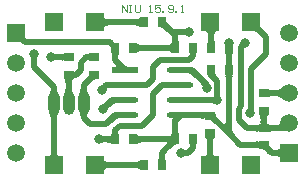
<source format=gtl>
%FSLAX25Y25*%
%MOIN*%
G70*
G01*
G75*
G04 Layer_Physical_Order=1*
G04 Layer_Color=255*
%ADD10R,0.03543X0.02756*%
%ADD11R,0.02756X0.03543*%
%ADD12R,0.03543X0.03150*%
%ADD13R,0.05906X0.05906*%
%ADD14R,0.08858X0.01969*%
%ADD15O,0.08858X0.01969*%
%ADD16C,0.01969*%
%ADD17C,0.00394*%
%ADD18R,0.05906X0.05906*%
%ADD19C,0.05906*%
%ADD20O,0.03937X0.07874*%
%ADD21O,0.03937X0.07874*%
%ADD22C,0.03150*%
G36*
X402773Y271138D02*
X402644Y271164D01*
X402467Y271186D01*
X401972Y271224D01*
X399902Y271270D01*
X399346Y271272D01*
X398875Y273240D01*
X399168Y273252D01*
X399433Y273287D01*
X399672Y273346D01*
X399883Y273429D01*
X400067Y273536D01*
X400223Y273666D01*
X400353Y273819D01*
X400455Y273997D01*
X400530Y274198D01*
X400578Y274422D01*
X402773Y271138D01*
D02*
G37*
G36*
X378774Y277579D02*
X378815Y277336D01*
X378885Y277088D01*
X378982Y276837D01*
X379108Y276581D01*
X379261Y276321D01*
X379442Y276057D01*
X379650Y275789D01*
X379887Y275517D01*
X380152Y275240D01*
X378913Y273695D01*
X378506Y274088D01*
X377778Y274706D01*
X377457Y274930D01*
X377165Y275099D01*
X376900Y275211D01*
X376665Y275267D01*
X376458Y275267D01*
X376279Y275211D01*
X376129Y275099D01*
X378760Y277819D01*
X378774Y277579D01*
D02*
G37*
G36*
X384437Y272923D02*
X384451Y272535D01*
X384493Y272159D01*
X384562Y271794D01*
X384660Y271441D01*
X384785Y271099D01*
X384938Y270769D01*
X385119Y270450D01*
X385328Y270143D01*
X385564Y269847D01*
X385829Y269563D01*
X382757Y269851D01*
X381365Y271243D01*
X381077Y274315D01*
X381341Y274071D01*
X381578Y273893D01*
X381786Y273783D01*
X381967Y273740D01*
X382120Y273763D01*
X382246Y273855D01*
X382343Y274013D01*
X382413Y274239D01*
X382455Y274532D01*
X382469Y274892D01*
X384437Y272923D01*
D02*
G37*
G36*
X396779Y273709D02*
X396838Y273610D01*
X396937Y273524D01*
X397075Y273448D01*
X397252Y273385D01*
X397468Y273333D01*
X397724Y273292D01*
X398020Y273263D01*
X398728Y273240D01*
Y271272D01*
X398354Y271266D01*
X397724Y271220D01*
X397468Y271179D01*
X397252Y271127D01*
X397075Y271063D01*
X396937Y270988D01*
X396838Y270901D01*
X396779Y270803D01*
X396760Y270693D01*
Y273819D01*
X396779Y273709D01*
D02*
G37*
G36*
X346534Y271300D02*
X346580Y270715D01*
X346607Y270572D01*
X346641Y270456D01*
X346680Y270365D01*
X346726Y270300D01*
X346777Y270261D01*
X346835Y270248D01*
X344260D01*
X344317Y270261D01*
X344369Y270300D01*
X344414Y270365D01*
X344454Y270456D01*
X344487Y270572D01*
X344514Y270715D01*
X344536Y270884D01*
X344560Y271300D01*
X344563Y271547D01*
X346532D01*
X346534Y271300D01*
D02*
G37*
G36*
X366535Y271854D02*
X366593Y270968D01*
X366627Y270752D01*
X366669Y270575D01*
X366719Y270437D01*
X366776Y270338D01*
X366841Y270279D01*
X366913Y270260D01*
X364181D01*
X364254Y270279D01*
X364319Y270338D01*
X364376Y270437D01*
X364426Y270575D01*
X364468Y270752D01*
X364502Y270968D01*
X364529Y271224D01*
X364559Y271854D01*
X364563Y272228D01*
X366531D01*
X366535Y271854D01*
D02*
G37*
G36*
X393240Y270693D02*
X393221Y270803D01*
X393162Y270901D01*
X393063Y270988D01*
X392925Y271063D01*
X392748Y271127D01*
X392532Y271179D01*
X392276Y271220D01*
X391981Y271249D01*
X391272Y271272D01*
Y273240D01*
X391646Y273246D01*
X392276Y273292D01*
X392532Y273333D01*
X392748Y273385D01*
X392925Y273448D01*
X393063Y273524D01*
X393162Y273610D01*
X393221Y273709D01*
X393240Y273819D01*
Y270693D01*
D02*
G37*
G36*
X396612Y276662D02*
X396480Y276603D01*
X396364Y276504D01*
X396263Y276366D01*
X396178Y276189D01*
X396108Y275973D01*
X396054Y275717D01*
X396015Y275422D01*
X396005Y275278D01*
X396054Y274783D01*
X396108Y274527D01*
X396178Y274311D01*
X396263Y274134D01*
X396364Y273996D01*
X396480Y273897D01*
X396612Y273838D01*
X396760Y273819D01*
X393240D01*
X393388Y273838D01*
X393519Y273897D01*
X393636Y273996D01*
X393737Y274134D01*
X393822Y274311D01*
X393892Y274527D01*
X393946Y274783D01*
X393985Y275079D01*
X393995Y275222D01*
X393946Y275717D01*
X393892Y275973D01*
X393822Y276189D01*
X393737Y276366D01*
X393636Y276504D01*
X393519Y276603D01*
X393388Y276662D01*
X393240Y276681D01*
X396760D01*
X396612Y276662D01*
D02*
G37*
G36*
X347293Y275521D02*
X347099Y275589D01*
X346887Y275612D01*
X346656Y275588D01*
X346406Y275517D01*
X346137Y275400D01*
X345849Y275236D01*
X345542Y275026D01*
X345216Y274769D01*
X344872Y274466D01*
X344509Y274117D01*
X343359Y275750D01*
X344575Y276879D01*
X347293Y275521D01*
D02*
G37*
G36*
X391874Y279705D02*
X391743Y277930D01*
X389699Y278756D01*
X389738Y278781D01*
X389773Y278823D01*
X389804Y278883D01*
X389831Y278959D01*
X389854Y279052D01*
X389873Y279162D01*
X389887Y279288D01*
X389903Y279592D01*
X389906Y279769D01*
X391874Y279705D01*
D02*
G37*
G36*
X344930Y282132D02*
X344863Y282119D01*
X346292Y280521D01*
X346148Y280639D01*
X345977Y280703D01*
X345779Y280712D01*
X345554Y280667D01*
X345303Y280567D01*
X345024Y280412D01*
X344718Y280202D01*
X344385Y279938D01*
X344025Y279620D01*
X343679Y279287D01*
X343608Y279214D01*
X343179Y278727D01*
X343133Y278660D01*
X343101Y278602D01*
X343081Y278554D01*
X343075Y278516D01*
X341516Y280075D01*
X341554Y280081D01*
X341602Y280100D01*
X341659Y280133D01*
X341727Y280179D01*
X341805Y280239D01*
X341990Y280397D01*
X342341Y280733D01*
X342932Y280142D01*
X342411Y280804D01*
X343219Y281602D01*
X343522Y281869D01*
X344863Y282119D01*
X344790Y282201D01*
X344993Y282240D01*
X344930Y282132D01*
D02*
G37*
G36*
X336038Y276873D02*
X336027Y276831D01*
X336017Y276762D01*
X336008Y276665D01*
X335987Y275999D01*
X335984Y275500D01*
X334016D01*
X333949Y276887D01*
X336051D01*
X336038Y276873D01*
D02*
G37*
G36*
X366251Y274117D02*
X364851Y275501D01*
X364855Y275504D01*
X364857Y275508D01*
X364859Y275511D01*
X364860Y275514D01*
X364859Y275516D01*
X364858Y275518D01*
X364856Y275519D01*
X364853Y275520D01*
X364848Y275520D01*
X364843Y275521D01*
X367659D01*
X366251Y274117D01*
D02*
G37*
G36*
X326592Y277375D02*
X326488Y277184D01*
X326396Y276974D01*
X326316Y276743D01*
X326248Y276492D01*
X326193Y276221D01*
X326150Y275931D01*
X326101Y275288D01*
X326095Y274937D01*
X324126Y274807D01*
X324118Y275132D01*
X324093Y275445D01*
X324051Y275746D01*
X323992Y276037D01*
X323917Y276316D01*
X323825Y276585D01*
X323717Y276841D01*
X323592Y277087D01*
X323450Y277322D01*
X323291Y277545D01*
X326709D01*
X326592Y277375D01*
D02*
G37*
G36*
X375240Y275087D02*
X375221Y275168D01*
X375162Y275241D01*
X375063Y275306D01*
X374925Y275361D01*
X374748Y275409D01*
X374532Y275447D01*
X374276Y275477D01*
X373646Y275512D01*
X373272Y275516D01*
Y277484D01*
X373646Y277488D01*
X374748Y277568D01*
X374925Y277605D01*
X375063Y277648D01*
X375162Y277698D01*
X375221Y277755D01*
X375240Y277819D01*
Y275087D01*
D02*
G37*
G36*
X378104Y264533D02*
X378134Y264196D01*
X378183Y263899D01*
X378252Y263642D01*
X378341Y263424D01*
X378449Y263246D01*
X378577Y263107D01*
X378724Y263008D01*
X378892Y262949D01*
X379079Y262929D01*
X375142D01*
X375329Y262949D01*
X375496Y263008D01*
X375644Y263107D01*
X375772Y263246D01*
X375880Y263424D01*
X375969Y263642D01*
X376037Y263899D01*
X376087Y264196D01*
X376116Y264533D01*
X376126Y264909D01*
X378095D01*
X378104Y264533D01*
D02*
G37*
G36*
X326104Y264535D02*
X326134Y264201D01*
X326183Y263905D01*
X326252Y263649D01*
X326341Y263433D01*
X326449Y263256D01*
X326577Y263118D01*
X326724Y263019D01*
X326892Y262960D01*
X327079Y262941D01*
X323142D01*
X323329Y262960D01*
X323496Y263019D01*
X323644Y263118D01*
X323772Y263256D01*
X323880Y263433D01*
X323969Y263649D01*
X324037Y263905D01*
X324087Y264201D01*
X324116Y264535D01*
X324126Y264909D01*
X326095D01*
X326104Y264535D01*
D02*
G37*
G36*
X368712Y265017D02*
X368746Y265010D01*
X368799Y265004D01*
X368958Y264994D01*
X369674Y264984D01*
Y263016D01*
X368696Y262976D01*
Y265024D01*
X368712Y265017D01*
D02*
G37*
G36*
X400571Y262032D02*
X400551Y262218D01*
X400492Y262386D01*
X400393Y262533D01*
X400254Y262661D01*
X400076Y262770D01*
X399858Y262858D01*
X399601Y262927D01*
X399304Y262976D01*
X398967Y263006D01*
X398591Y263016D01*
Y264984D01*
X398967Y264994D01*
X399304Y265024D01*
X399601Y265073D01*
X399858Y265142D01*
X400076Y265230D01*
X400254Y265339D01*
X400393Y265466D01*
X400492Y265614D01*
X400551Y265781D01*
X400571Y265968D01*
Y262032D01*
D02*
G37*
G36*
X341838Y261782D02*
X341898Y261614D01*
X341997Y261467D01*
X342135Y261339D01*
X342314Y261230D01*
X342531Y261142D01*
X342789Y261073D01*
X343086Y261024D01*
X343423Y260994D01*
X343799Y260984D01*
Y259016D01*
X343423Y259006D01*
X343086Y258976D01*
X342789Y258927D01*
X342531Y258858D01*
X342314Y258770D01*
X342135Y258661D01*
X341997Y258534D01*
X341898Y258386D01*
X341838Y258219D01*
X341818Y258032D01*
Y261968D01*
X341838Y261782D01*
D02*
G37*
G36*
X353770Y258240D02*
X353751Y258388D01*
X353692Y258520D01*
X353593Y258636D01*
X353455Y258737D01*
X353278Y258822D01*
X353062Y258892D01*
X352806Y258946D01*
X352510Y258985D01*
X352176Y259008D01*
X351802Y259016D01*
Y260984D01*
X352176Y260992D01*
X352806Y261054D01*
X353062Y261108D01*
X353278Y261178D01*
X353455Y261263D01*
X353593Y261364D01*
X353692Y261480D01*
X353751Y261612D01*
X353770Y261760D01*
Y258240D01*
D02*
G37*
G36*
X362030Y263354D02*
X362087Y262468D01*
X362121Y262252D01*
X362163Y262075D01*
X362213Y261937D01*
X362270Y261838D01*
X362335Y261779D01*
X362408Y261760D01*
X359676D01*
X359748Y261779D01*
X359813Y261838D01*
X359870Y261937D01*
X359920Y262075D01*
X359962Y262252D01*
X359996Y262468D01*
X360023Y262724D01*
X360054Y263354D01*
X360057Y263728D01*
X362026D01*
X362030Y263354D01*
D02*
G37*
G36*
X396679Y267243D02*
X396647Y267110D01*
X396664Y266948D01*
X396730Y266756D01*
X396845Y266534D01*
X397008Y266283D01*
X397221Y266002D01*
X397793Y265353D01*
X398152Y264984D01*
X396563Y263789D01*
X396209Y264134D01*
X395303Y264894D01*
X395054Y265056D01*
X394831Y265172D01*
X394634Y265243D01*
X394463Y265268D01*
X394319Y265247D01*
X394200Y265181D01*
X396760Y267347D01*
X396679Y267243D01*
D02*
G37*
G36*
X364181Y268928D02*
X364253Y269094D01*
X364316Y269336D01*
X364327Y269554D01*
X364286Y269748D01*
X364193Y269918D01*
X366571Y266752D01*
X366437Y266880D01*
X366271Y266948D01*
X366072Y266957D01*
X365842Y266906D01*
X365580Y266795D01*
X365285Y266625D01*
X364959Y266395D01*
X364600Y266106D01*
X363788Y265348D01*
X362789Y267134D01*
X363104Y267461D01*
X362922Y267485D01*
X362587Y267508D01*
X362213Y267516D01*
Y269484D01*
X362587Y269492D01*
X363217Y269554D01*
X363473Y269608D01*
X363689Y269678D01*
X363866Y269763D01*
X364004Y269864D01*
X364103Y269981D01*
X364162Y270112D01*
X364181Y270260D01*
Y268928D01*
D02*
G37*
G36*
X378633Y269162D02*
X378520Y269103D01*
X378420Y269004D01*
X378334Y268866D01*
X378261Y268689D01*
X378201Y268473D01*
X378154Y268217D01*
X378121Y267921D01*
X378101Y267587D01*
X378095Y267213D01*
X376126D01*
X376117Y267587D01*
X376091Y267921D01*
X376046Y268217D01*
X375984Y268473D01*
X375905Y268689D01*
X375807Y268866D01*
X375692Y269004D01*
X375559Y269103D01*
X375409Y269162D01*
X375240Y269181D01*
X378760D01*
X378633Y269162D01*
D02*
G37*
G36*
X341156Y269580D02*
X341204Y269560D01*
X341268Y269542D01*
X341348Y269527D01*
X341445Y269514D01*
X341688Y269495D01*
X342174Y269484D01*
X342174Y267516D01*
X341996Y267515D01*
X341348Y267473D01*
X341268Y267458D01*
X341204Y267440D01*
X341156Y267420D01*
X341125Y267398D01*
X341125Y269602D01*
X341156Y269580D01*
D02*
G37*
G36*
X352838Y270112D02*
X352897Y269981D01*
X352996Y269864D01*
X353134Y269763D01*
X353311Y269678D01*
X353527Y269608D01*
X353783Y269554D01*
X354079Y269515D01*
X354413Y269492D01*
X354787Y269484D01*
Y267516D01*
X354413Y267508D01*
X353783Y267446D01*
X353527Y267392D01*
X353311Y267322D01*
X353134Y267237D01*
X352996Y267136D01*
X352897Y267020D01*
X352838Y266888D01*
X352819Y266740D01*
Y270260D01*
X352838Y270112D01*
D02*
G37*
G36*
X393240Y265181D02*
X393221Y265291D01*
X393162Y265390D01*
X393063Y265476D01*
X392925Y265552D01*
X392748Y265615D01*
X392532Y265667D01*
X392276Y265708D01*
X391981Y265737D01*
X391272Y265760D01*
Y267728D01*
X391646Y267734D01*
X392276Y267780D01*
X392532Y267821D01*
X392748Y267873D01*
X392925Y267937D01*
X393063Y268012D01*
X393162Y268099D01*
X393221Y268197D01*
X393240Y268307D01*
Y265181D01*
D02*
G37*
G36*
X372644Y266740D02*
X372601Y266702D01*
X372563Y266640D01*
X372529Y266552D01*
X372501Y266439D01*
X372478Y266301D01*
X372460Y266139D01*
X372440Y265738D01*
X372437Y265500D01*
X370468D01*
X370466Y265738D01*
X370427Y266301D01*
X370405Y266439D01*
X370376Y266552D01*
X370343Y266640D01*
X370305Y266702D01*
X370261Y266740D01*
X370212Y266752D01*
X372693D01*
X372644Y266740D01*
D02*
G37*
G36*
X344181Y266740D02*
X344162Y266888D01*
X344103Y267020D01*
X344004Y267136D01*
X343866Y267237D01*
X343689Y267322D01*
X343473Y267392D01*
X343217Y267446D01*
X342921Y267485D01*
X342587Y267508D01*
X342213Y267516D01*
Y269484D01*
X342587Y269492D01*
X343217Y269554D01*
X343473Y269608D01*
X343689Y269678D01*
X343866Y269763D01*
X344004Y269864D01*
X344103Y269981D01*
X344162Y270112D01*
X344181Y270260D01*
Y266740D01*
D02*
G37*
G36*
X378477Y280415D02*
X378447Y280434D01*
X378401Y280451D01*
X378338Y280467D01*
X378259Y280480D01*
X378050Y280500D01*
X377613Y280515D01*
X377434Y280516D01*
X377340Y282484D01*
X377518Y282486D01*
X378167Y282533D01*
X378248Y282550D01*
X378313Y282570D01*
X378361Y282593D01*
X378394Y282618D01*
X378477Y280415D01*
D02*
G37*
G36*
X352838Y300612D02*
X352897Y300481D01*
X352996Y300364D01*
X353134Y300263D01*
X353311Y300178D01*
X353527Y300108D01*
X353783Y300054D01*
X354079Y300015D01*
X354413Y299992D01*
X354787Y299984D01*
Y298016D01*
X354413Y298008D01*
X353783Y297946D01*
X353527Y297892D01*
X353311Y297822D01*
X353134Y297737D01*
X352996Y297636D01*
X352897Y297519D01*
X352838Y297388D01*
X352819Y297240D01*
Y300760D01*
X352838Y300612D01*
D02*
G37*
G36*
X364181Y297240D02*
X364162Y297388D01*
X364103Y297519D01*
X364004Y297636D01*
X363866Y297737D01*
X363689Y297822D01*
X363473Y297892D01*
X363217Y297946D01*
X362922Y297985D01*
X362587Y298008D01*
X362213Y298016D01*
Y299984D01*
X362587Y299992D01*
X363217Y300054D01*
X363473Y300108D01*
X363689Y300178D01*
X363866Y300263D01*
X364004Y300364D01*
X364103Y300481D01*
X364162Y300612D01*
X364181Y300760D01*
Y297240D01*
D02*
G37*
G36*
X384596Y299470D02*
X384574Y299438D01*
X384554Y299391D01*
X384536Y299327D01*
X384520Y299247D01*
X384506Y299150D01*
X384486Y298907D01*
X384473Y298421D01*
X382505Y298431D01*
X382504Y298609D01*
X382466Y299257D01*
X382451Y299338D01*
X382434Y299402D01*
X382414Y299450D01*
X382392Y299481D01*
X384596Y299470D01*
D02*
G37*
G36*
X384752Y297221D02*
X384692Y297162D01*
X384638Y297063D01*
X384592Y296925D01*
X384552Y296748D01*
X384520Y296532D01*
X384474Y295981D01*
X384457Y295272D01*
X382488D01*
X382486Y295646D01*
X382429Y296532D01*
X382393Y296748D01*
X382348Y296925D01*
X382296Y297063D01*
X382235Y297162D01*
X382165Y297221D01*
X382087Y297240D01*
X384819D01*
X384752Y297221D01*
D02*
G37*
G36*
X319580Y295844D02*
X319560Y295796D01*
X319542Y295732D01*
X319527Y295652D01*
X319514Y295555D01*
X319495Y295312D01*
X319484Y294826D01*
X317516D01*
X317515Y295004D01*
X317473Y295652D01*
X317458Y295732D01*
X317440Y295796D01*
X317420Y295844D01*
X317398Y295875D01*
X319602D01*
X319580Y295844D01*
D02*
G37*
G36*
X325189Y297043D02*
X325238Y297021D01*
X325303Y297001D01*
X325384Y296984D01*
X325481Y296970D01*
X325724Y296949D01*
X326211Y296937D01*
X326135Y294969D01*
X325956Y294968D01*
X325231Y294917D01*
X325167Y294902D01*
X325121Y294884D01*
X325091Y294864D01*
X325157Y297068D01*
X325189Y297043D01*
D02*
G37*
G36*
X346841Y297221D02*
X346776Y297162D01*
X346719Y297063D01*
X346669Y296925D01*
X346627Y296748D01*
X346593Y296532D01*
X346566Y296276D01*
X346535Y295646D01*
X346532Y295272D01*
X344563D01*
X344559Y295646D01*
X344502Y296532D01*
X344468Y296748D01*
X344426Y296925D01*
X344376Y297063D01*
X344319Y297162D01*
X344254Y297221D01*
X344181Y297240D01*
X346913D01*
X346841Y297221D01*
D02*
G37*
G36*
X366535Y302354D02*
X366593Y301468D01*
X366627Y301252D01*
X366669Y301075D01*
X366719Y300937D01*
X366776Y300838D01*
X366841Y300779D01*
X366913Y300760D01*
X364181D01*
X364254Y300779D01*
X364319Y300838D01*
X364376Y300937D01*
X364426Y301075D01*
X364468Y301252D01*
X364502Y301468D01*
X364529Y301724D01*
X364559Y302354D01*
X364563Y302728D01*
X366531D01*
X366535Y302354D01*
D02*
G37*
G36*
X392471Y307446D02*
X392490Y307398D01*
X392523Y307341D01*
X392569Y307273D01*
X392628Y307195D01*
X392787Y307010D01*
X393123Y306659D01*
X391731Y305267D01*
X391604Y305392D01*
X391117Y305821D01*
X391049Y305867D01*
X390991Y305900D01*
X390944Y305919D01*
X390905Y305925D01*
X392464Y307484D01*
X392471Y307446D01*
D02*
G37*
G36*
X341838Y309281D02*
X341898Y309114D01*
X341997Y308966D01*
X342135Y308839D01*
X342314Y308730D01*
X342531Y308642D01*
X342789Y308573D01*
X343086Y308524D01*
X343423Y308494D01*
X343799Y308484D01*
Y306516D01*
X343423Y306506D01*
X343086Y306476D01*
X342789Y306427D01*
X342531Y306358D01*
X342314Y306270D01*
X342135Y306161D01*
X341997Y306033D01*
X341898Y305886D01*
X341838Y305718D01*
X341818Y305532D01*
Y309469D01*
X341838Y309281D01*
D02*
G37*
G36*
X353770Y305740D02*
X353751Y305888D01*
X353692Y306019D01*
X353593Y306136D01*
X353455Y306237D01*
X353278Y306322D01*
X353062Y306392D01*
X352806Y306446D01*
X352510Y306485D01*
X352176Y306508D01*
X351802Y306516D01*
Y308484D01*
X352176Y308492D01*
X352806Y308554D01*
X353062Y308608D01*
X353278Y308678D01*
X353455Y308763D01*
X353593Y308864D01*
X353692Y308980D01*
X353751Y309112D01*
X353770Y309260D01*
Y305740D01*
D02*
G37*
G36*
X362314Y308747D02*
X362272Y308552D01*
X362282Y308334D01*
X362344Y308091D01*
X362457Y307825D01*
X362622Y307534D01*
X362839Y307220D01*
X363107Y306882D01*
X363428Y306520D01*
X363513Y306432D01*
X363642Y306312D01*
X363937Y306075D01*
X364245Y305866D01*
X364563Y305685D01*
X364894Y305532D01*
X365235Y305407D01*
X365589Y305310D01*
X365954Y305240D01*
X366330Y305198D01*
X366718Y305184D01*
X364342Y304200D01*
X363646Y303504D01*
X362801Y304348D01*
X362380Y304756D01*
X361633Y305392D01*
X361307Y305621D01*
X361012Y305790D01*
X360750Y305899D01*
X360519Y305949D01*
X360320Y305939D01*
X360153Y305869D01*
X360017Y305740D01*
X362408Y308918D01*
X362314Y308747D01*
D02*
G37*
G36*
X379329Y304540D02*
X379161Y304481D01*
X379014Y304382D01*
X378886Y304244D01*
X378778Y304067D01*
X378689Y303851D01*
X378620Y303595D01*
X378571Y303299D01*
X378541Y302965D01*
X378533Y302629D01*
X378535Y302354D01*
X378593Y301468D01*
X378627Y301252D01*
X378669Y301075D01*
X378718Y300937D01*
X378776Y300838D01*
X378841Y300779D01*
X378913Y300760D01*
X376181D01*
X376254Y300779D01*
X376319Y300838D01*
X376376Y300937D01*
X376426Y301075D01*
X376468Y301252D01*
X376502Y301468D01*
X376529Y301724D01*
X376559Y302354D01*
X376562Y302629D01*
X376553Y302965D01*
X376524Y303299D01*
X376474Y303595D01*
X376406Y303851D01*
X376317Y304067D01*
X376209Y304244D01*
X376081Y304382D01*
X375933Y304481D01*
X375766Y304540D01*
X375579Y304559D01*
X379516D01*
X379329Y304540D01*
D02*
G37*
G36*
X369075Y303098D02*
X369044Y303120D01*
X368996Y303140D01*
X368932Y303158D01*
X368852Y303173D01*
X368755Y303186D01*
X368512Y303205D01*
X368026Y303216D01*
Y305184D01*
X368204Y305185D01*
X368852Y305227D01*
X368932Y305242D01*
X368996Y305260D01*
X369044Y305280D01*
X369075Y305302D01*
Y303098D01*
D02*
G37*
G36*
X393719Y307190D02*
X393664Y307009D01*
Y306800D01*
X393719Y306564D01*
X393830Y306299D01*
X393998Y306007D01*
X394220Y305687D01*
X394499Y305339D01*
X395222Y304559D01*
X393830Y303167D01*
X393427Y303557D01*
X392703Y304170D01*
X392383Y304392D01*
X392091Y304559D01*
X391826Y304671D01*
X391589Y304726D01*
X391381D01*
X391200Y304671D01*
X391047Y304559D01*
X393830Y307343D01*
X393719Y307190D01*
D02*
G37*
G36*
X335992Y285806D02*
X336050Y285171D01*
X336100Y284878D01*
X336165Y284600D01*
X336245Y284339D01*
X336339Y284094D01*
X336448Y283865D01*
X336571Y283652D01*
X336709Y283455D01*
X333291D01*
X333429Y283652D01*
X333552Y283865D01*
X333661Y284094D01*
X333755Y284339D01*
X333835Y284600D01*
X333900Y284878D01*
X333950Y285171D01*
X333987Y285480D01*
X334016Y286147D01*
X335984D01*
X335992Y285806D01*
D02*
G37*
G36*
X325990Y285553D02*
X326075Y284492D01*
X326125Y284233D01*
X326187Y284021D01*
X326261Y283857D01*
X326345Y283739D01*
X326441Y283668D01*
X326549Y283645D01*
X323451D01*
X323559Y283668D01*
X323655Y283739D01*
X323739Y283857D01*
X323813Y284021D01*
X323875Y284233D01*
X323925Y284492D01*
X323965Y284799D01*
X324010Y285553D01*
X324016Y286000D01*
X325984D01*
X325990Y285553D01*
D02*
G37*
G36*
X376660Y286930D02*
X374600Y286221D01*
X374612Y286264D01*
X374609Y286316D01*
X374590Y286377D01*
X374557Y286448D01*
X374509Y286528D01*
X374445Y286617D01*
X374366Y286716D01*
X374164Y286942D01*
X374040Y287068D01*
X375533Y288359D01*
X376660Y286930D01*
D02*
G37*
G36*
X330992Y285806D02*
X331049Y285171D01*
X331100Y284878D01*
X331165Y284600D01*
X331245Y284339D01*
X331339Y284094D01*
X331448Y283865D01*
X331571Y283652D01*
X331709Y283455D01*
X328291D01*
X328429Y283652D01*
X328552Y283865D01*
X328661Y284094D01*
X328755Y284339D01*
X328835Y284600D01*
X328900Y284878D01*
X328951Y285171D01*
X328987Y285480D01*
X329016Y286147D01*
X330984D01*
X330992Y285806D01*
D02*
G37*
G36*
X401425Y281900D02*
X401205Y282103D01*
X400980Y282284D01*
X400749Y282445D01*
X400511Y282584D01*
X400268Y282701D01*
X400019Y282798D01*
X399763Y282872D01*
X399502Y282926D01*
X399235Y282958D01*
X398962Y282968D01*
X398928Y284937D01*
X399203Y284948D01*
X399470Y284981D01*
X399731Y285036D01*
X399984Y285112D01*
X400231Y285211D01*
X400470Y285332D01*
X400703Y285474D01*
X400928Y285638D01*
X401147Y285825D01*
X401359Y286033D01*
X401425Y281900D01*
D02*
G37*
G36*
X396779Y285246D02*
X396838Y285181D01*
X396937Y285124D01*
X397075Y285074D01*
X397252Y285032D01*
X397468Y284998D01*
X397724Y284971D01*
X398354Y284941D01*
X398728Y284937D01*
Y282968D01*
X398354Y282965D01*
X397468Y282907D01*
X397252Y282873D01*
X397075Y282831D01*
X396937Y282782D01*
X396838Y282724D01*
X396779Y282659D01*
X396760Y282587D01*
Y285319D01*
X396779Y285246D01*
D02*
G37*
G36*
X380544Y283555D02*
X380586Y282907D01*
X380601Y282827D01*
X380619Y282763D01*
X380639Y282715D01*
X380661Y282684D01*
X378457D01*
X378479Y282715D01*
X378499Y282763D01*
X378517Y282827D01*
X378532Y282907D01*
X378545Y283004D01*
X378564Y283247D01*
X378575Y283733D01*
X380543D01*
X380544Y283555D01*
D02*
G37*
G36*
X331612Y288662D02*
X331481Y288603D01*
X331364Y288504D01*
X331263Y288366D01*
X331178Y288189D01*
X331108Y287973D01*
X331054Y287717D01*
X331015Y287421D01*
X330992Y287087D01*
X330984Y286713D01*
X329016D01*
X329008Y287087D01*
X328946Y287717D01*
X328892Y287973D01*
X328822Y288189D01*
X328737Y288366D01*
X328636Y288504D01*
X328520Y288603D01*
X328388Y288662D01*
X328240Y288681D01*
X331760D01*
X331612Y288662D01*
D02*
G37*
G36*
X348244Y293597D02*
X348524Y293359D01*
X348803Y293148D01*
X349082Y292966D01*
X349361Y292811D01*
X349639Y292685D01*
X349917Y292587D01*
X350194Y292516D01*
X350471Y292474D01*
X350747Y292460D01*
X345179D01*
X345432Y292474D01*
X345629Y292516D01*
X345769Y292587D01*
X345853Y292685D01*
X345881Y292811D01*
X345853Y292966D01*
X345769Y293148D01*
X345629Y293359D01*
X345432Y293597D01*
X345179Y293864D01*
X347963D01*
X348244Y293597D01*
D02*
G37*
G36*
X384458Y294854D02*
X384509Y293968D01*
X384542Y293752D01*
X384582Y293575D01*
X384630Y293437D01*
X384685Y293338D01*
X384748Y293279D01*
X384819Y293260D01*
X382087D01*
X382161Y293279D01*
X382228Y293338D01*
X382287Y293437D01*
X382339Y293575D01*
X382382Y293752D01*
X382419Y293968D01*
X382448Y294224D01*
X382482Y294854D01*
X382488Y295228D01*
X384456D01*
X384458Y294854D01*
D02*
G37*
G36*
X328240Y294587D02*
X328221Y294659D01*
X328162Y294724D01*
X328063Y294781D01*
X327925Y294831D01*
X327748Y294873D01*
X327532Y294907D01*
X327276Y294934D01*
X326646Y294965D01*
X326272Y294969D01*
Y296937D01*
X326646Y296941D01*
X327532Y296998D01*
X327748Y297032D01*
X327925Y297074D01*
X328063Y297124D01*
X328162Y297181D01*
X328221Y297246D01*
X328240Y297319D01*
Y294587D01*
D02*
G37*
G36*
X371740Y291951D02*
X371874Y291870D01*
X372052Y291738D01*
X372274Y291553D01*
X373203Y290684D01*
X373602Y290290D01*
X371991Y289117D01*
X371621Y289473D01*
X370941Y290042D01*
X370632Y290255D01*
X370344Y290419D01*
X370075Y290536D01*
X369828Y290604D01*
X369601Y290624D01*
X369394Y290597D01*
X369207Y290521D01*
X371603Y291879D01*
X371605Y291955D01*
X371651Y291979D01*
X371740Y291951D01*
D02*
G37*
G36*
X378759Y291250D02*
X378679Y291096D01*
X378661Y290907D01*
X378704Y290685D01*
X378808Y290429D01*
X378974Y290138D01*
X379202Y289814D01*
X379492Y289456D01*
X380255Y288637D01*
X378456Y287652D01*
X376181Y289740D01*
X378901Y291371D01*
X378759Y291250D01*
D02*
G37*
G36*
X384746Y289721D02*
X384681Y289662D01*
X384624Y289563D01*
X384574Y289425D01*
X384532Y289248D01*
X384498Y289032D01*
X384471Y288776D01*
X384441Y288146D01*
X384437Y287772D01*
X382469D01*
X382465Y288146D01*
X382407Y289032D01*
X382373Y289248D01*
X382331Y289425D01*
X382281Y289563D01*
X382224Y289662D01*
X382159Y289721D01*
X382087Y289740D01*
X384819D01*
X384746Y289721D01*
D02*
G37*
G36*
X339918Y288681D02*
X339747Y288775D01*
X339552Y288817D01*
X339334Y288807D01*
X339091Y288745D01*
X338825Y288632D01*
X338534Y288467D01*
X338220Y288250D01*
X337882Y287982D01*
X337520Y287661D01*
X337134Y287289D01*
X335348Y288288D01*
X335756Y288709D01*
X336392Y289456D01*
X336621Y289783D01*
X336790Y290077D01*
X336899Y290339D01*
X336949Y290570D01*
X336939Y290769D01*
X336869Y290936D01*
X336740Y291072D01*
X339918Y288681D01*
D02*
G37*
D10*
X338500Y290047D02*
D03*
Y295953D02*
D03*
X395000Y283953D02*
D03*
Y278047D02*
D03*
X377000Y276453D02*
D03*
Y270547D02*
D03*
X330000Y290047D02*
D03*
Y295953D02*
D03*
D11*
X345547Y299000D02*
D03*
X351453D02*
D03*
X361042Y307500D02*
D03*
X355136D02*
D03*
X371453Y299000D02*
D03*
X365547D02*
D03*
X383453D02*
D03*
X377547D02*
D03*
X383453Y291500D02*
D03*
X377547D02*
D03*
X371453Y268500D02*
D03*
X365547D02*
D03*
X361042Y260000D02*
D03*
X355136D02*
D03*
X345547Y268500D02*
D03*
X351453D02*
D03*
D12*
X395000Y266744D02*
D03*
Y272256D02*
D03*
D13*
X325110Y307500D02*
D03*
X338890D02*
D03*
X325110Y260000D02*
D03*
X338890D02*
D03*
X390890D02*
D03*
X377110D02*
D03*
X390890Y307500D02*
D03*
X377110D02*
D03*
D14*
X348935Y291500D02*
D03*
D15*
Y286500D02*
D03*
Y281500D02*
D03*
Y276500D02*
D03*
X367243Y291500D02*
D03*
Y286500D02*
D03*
Y281500D02*
D03*
Y276500D02*
D03*
D16*
X364342Y304200D02*
X365547Y302994D01*
X361042Y307500D02*
X364342Y304200D01*
X370200D01*
X365547Y299000D02*
Y302994D01*
X343647Y300900D02*
X345547Y299000D01*
X315600Y300900D02*
X343647D01*
X312500Y304000D02*
X315600Y300900D01*
X387600Y299400D02*
X388800Y300600D01*
X387600Y279633D02*
Y299400D01*
X386741Y278774D02*
X387600Y279633D01*
X389552Y272256D02*
X395000D01*
X386741Y275067D02*
X389552Y272256D01*
X386741Y275067D02*
Y278774D01*
X390300Y277300D02*
X390890Y277890D01*
Y292000D01*
X395700Y296810D01*
Y302690D01*
X390890Y307500D02*
X395700Y302690D01*
X383453Y291500D02*
X383500Y300600D01*
X367243Y276500D02*
X376547D01*
X395000Y266744D02*
X397744Y264000D01*
X403500D01*
X330000Y290047D02*
X332547D01*
X335953Y295953D02*
X337000D01*
X332547Y290047D02*
X334000Y291500D01*
Y294000D01*
X335953Y295953D01*
X335000Y280500D02*
Y286547D01*
X338500Y290047D01*
X330000Y280500D02*
Y290047D01*
X330000Y290047D01*
X377547Y299000D02*
Y307063D01*
X395000Y272256D02*
Y278047D01*
Y272256D02*
X395000Y272256D01*
X401756D02*
X403500Y274000D01*
X395000Y272256D02*
X401756D01*
X338890Y307500D02*
X355136D01*
X338890Y307500D02*
X338890Y307500D01*
X345547Y294888D02*
Y299000D01*
Y294888D02*
X348935Y291500D01*
X377000Y276453D02*
X377547D01*
X387256Y266744D02*
X395000D01*
X377547Y276453D02*
X383453Y270547D01*
X387256Y266744D01*
X351453Y268500D02*
X365547D01*
X377110Y260000D02*
Y270437D01*
X377000Y270547D02*
X377110Y270437D01*
X338890Y260000D02*
X355136D01*
X355136Y260000D01*
X325110Y260000D02*
Y280390D01*
X325000Y280500D02*
X325110Y280390D01*
X351453Y299000D02*
X365547D01*
X371453Y296453D02*
Y299000D01*
X370000Y295000D02*
X371453Y296453D01*
X360500Y295000D02*
X370000D01*
X358000Y292500D02*
X360500Y295000D01*
X358000Y288500D02*
Y292500D01*
X356000Y286500D02*
X358000Y288500D01*
X348935Y286500D02*
X356000D01*
X361000D02*
X367243D01*
X342500D02*
X348935D01*
X341000Y285000D02*
X342500Y286500D01*
X325047Y295953D02*
X330000D01*
X325000Y296000D02*
X325047Y295953D01*
X358000Y283500D02*
X361000Y286500D01*
X354500Y273000D02*
X358000Y276500D01*
Y283500D01*
X377547Y289953D02*
Y291500D01*
X379559Y281559D02*
Y287941D01*
X377547Y289953D02*
X379559Y287941D01*
X367243Y291500D02*
X371000D01*
X376000Y285500D02*
Y286500D01*
X371000Y291500D02*
X376000Y286500D01*
X339500Y268500D02*
X340000D01*
X339500Y268500D02*
X345547D01*
X339500D02*
Y268500D01*
X325000Y280500D02*
Y286000D01*
X318500Y292500D02*
X325000Y286000D01*
X318500Y292500D02*
Y297000D01*
X395000Y283953D02*
X403453D01*
X403500Y284000D01*
X335000Y275500D02*
X337000Y273500D01*
X335000Y275500D02*
Y280500D01*
X345547Y268500D02*
Y271547D01*
X347000Y273000D01*
X354500D01*
X337000Y273500D02*
X342500D01*
X345500Y276500D01*
X348935D01*
X344500Y281500D02*
X348935D01*
X341500Y278500D02*
X344500Y281500D01*
X367500Y264000D02*
X369953D01*
X371453Y265500D01*
Y268500D01*
X361042Y260000D02*
Y263995D01*
X365547Y268500D01*
X365547Y268500D01*
Y274805D01*
X367243Y276500D01*
X383453Y270547D02*
Y291500D01*
X379500Y281500D02*
X379559Y281559D01*
X367243Y281500D02*
X379500D01*
D17*
X347800Y310900D02*
Y313261D01*
X349374Y310900D01*
Y313261D01*
X350161D02*
X350949D01*
X350555D01*
Y310900D01*
X350161D01*
X350949D01*
X352129Y313261D02*
Y311294D01*
X352523Y310900D01*
X353310D01*
X353704Y311294D01*
Y313261D01*
X356852Y310900D02*
X357639D01*
X357246D01*
Y313261D01*
X356852Y312868D01*
X360394Y313261D02*
X358820D01*
Y312081D01*
X359607Y312474D01*
X360001D01*
X360394Y312081D01*
Y311294D01*
X360001Y310900D01*
X359214D01*
X358820Y311294D01*
X361181Y310900D02*
Y311294D01*
X361575D01*
Y310900D01*
X361181D01*
X363149Y311294D02*
X363543Y310900D01*
X364330D01*
X364724Y311294D01*
Y312868D01*
X364330Y313261D01*
X363543D01*
X363149Y312868D01*
Y312474D01*
X363543Y312081D01*
X364724D01*
X365511Y310900D02*
Y311294D01*
X365904D01*
Y310900D01*
X365511D01*
X367479D02*
X368266D01*
X367872D01*
Y313261D01*
X367479Y312868D01*
D18*
X312500Y304000D02*
D03*
X403500Y264000D02*
D03*
D19*
X312500Y294000D02*
D03*
Y284000D02*
D03*
Y274000D02*
D03*
Y264000D02*
D03*
X403500Y274000D02*
D03*
Y284000D02*
D03*
Y294000D02*
D03*
Y304000D02*
D03*
D20*
X335000Y280500D02*
D03*
X325000D02*
D03*
D21*
X330000D02*
D03*
D22*
X383500Y300600D02*
D03*
X325000Y307500D02*
D03*
X390890D02*
D03*
X390779Y260000D02*
D03*
X388800Y300600D02*
D03*
X390300Y277300D02*
D03*
X370200Y304200D02*
D03*
X341000Y285000D02*
D03*
X324000Y296000D02*
D03*
X376000Y285500D02*
D03*
X340000Y268500D02*
D03*
X318500Y297000D02*
D03*
X341500Y278500D02*
D03*
X367500Y264000D02*
D03*
X379559Y281559D02*
D03*
M02*

</source>
